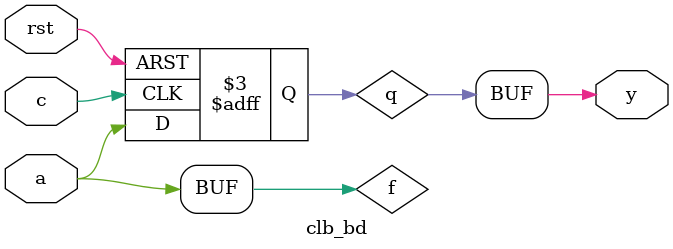
<source format=v>
module clb_bd(
	input a,
	input c,
	input rst,
	output y
);

	wire f;
	reg q;
	
	assign f = a;
	
	always @(posedge c, negedge rst) begin
		if (rst == 1'b0) begin
			q <= 1'b0;
		end else begin
			q <= f;
		end
	end
	
	assign y = q;

endmodule

</source>
